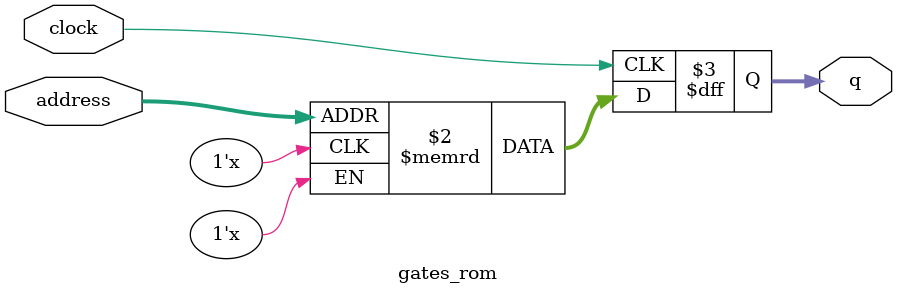
<source format=sv>
module gates_rom (
	input logic clock,
	input logic [10:0] address,
	output logic [1:0] q
);

logic [1:0] memory [0:1847] /* synthesis ram_init_file = "./gates/gates.COE" */;

always_ff @ (posedge clock) begin
	q <= memory[address];
end

endmodule

</source>
